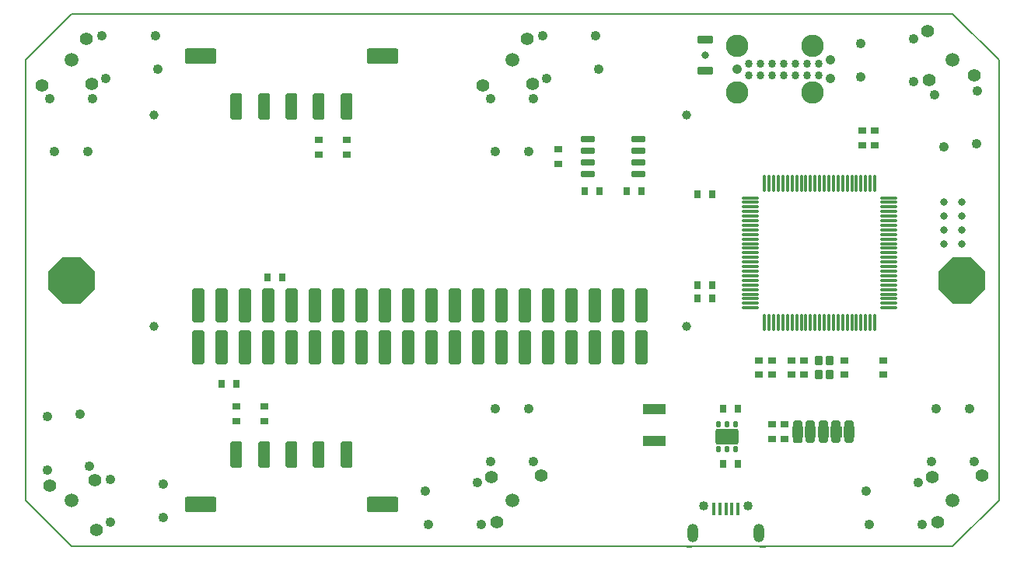
<source format=gbs>
G04*
G04 #@! TF.GenerationSoftware,Altium Limited,Altium Designer,19.0.10 (269)*
G04*
G04 Layer_Color=16711935*
%FSLAX44Y44*%
%MOMM*%
G71*
G01*
G75*
%ADD12C,0.2000*%
%ADD14C,1.4000*%
%ADD16C,1.5000*%
%ADD17C,2.4511*%
%ADD18C,1.0668*%
%ADD19C,0.8000*%
%ADD25O,1.2000X2.0000*%
%ADD26C,1.0160*%
%ADD27P,5.4120X8X22.5*%
G04:AMPARAMS|DCode=29|XSize=0.75mm|YSize=0.9mm|CornerRadius=0.0938mm|HoleSize=0mm|Usage=FLASHONLY|Rotation=180.000|XOffset=0mm|YOffset=0mm|HoleType=Round|Shape=RoundedRectangle|*
%AMROUNDEDRECTD29*
21,1,0.7500,0.7125,0,0,180.0*
21,1,0.5625,0.9000,0,0,180.0*
1,1,0.1875,-0.2813,0.3563*
1,1,0.1875,0.2813,0.3563*
1,1,0.1875,0.2813,-0.3563*
1,1,0.1875,-0.2813,-0.3563*
%
%ADD29ROUNDEDRECTD29*%
G04:AMPARAMS|DCode=30|XSize=1.3mm|YSize=3.7mm|CornerRadius=0.1625mm|HoleSize=0mm|Usage=FLASHONLY|Rotation=180.000|XOffset=0mm|YOffset=0mm|HoleType=Round|Shape=RoundedRectangle|*
%AMROUNDEDRECTD30*
21,1,1.3000,3.3750,0,0,180.0*
21,1,0.9750,3.7000,0,0,180.0*
1,1,0.3250,-0.4875,1.6875*
1,1,0.3250,0.4875,1.6875*
1,1,0.3250,0.4875,-1.6875*
1,1,0.3250,-0.4875,-1.6875*
%
%ADD30ROUNDEDRECTD30*%
%ADD31C,1.0000*%
G04:AMPARAMS|DCode=32|XSize=0.3mm|YSize=1.8mm|CornerRadius=0.0375mm|HoleSize=0mm|Usage=FLASHONLY|Rotation=90.000|XOffset=0mm|YOffset=0mm|HoleType=Round|Shape=RoundedRectangle|*
%AMROUNDEDRECTD32*
21,1,0.3000,1.7250,0,0,90.0*
21,1,0.2250,1.8000,0,0,90.0*
1,1,0.0750,0.8625,0.1125*
1,1,0.0750,0.8625,-0.1125*
1,1,0.0750,-0.8625,-0.1125*
1,1,0.0750,-0.8625,0.1125*
%
%ADD32ROUNDEDRECTD32*%
G04:AMPARAMS|DCode=33|XSize=0.3mm|YSize=1.8mm|CornerRadius=0.0375mm|HoleSize=0mm|Usage=FLASHONLY|Rotation=0.000|XOffset=0mm|YOffset=0mm|HoleType=Round|Shape=RoundedRectangle|*
%AMROUNDEDRECTD33*
21,1,0.3000,1.7250,0,0,0.0*
21,1,0.2250,1.8000,0,0,0.0*
1,1,0.0750,0.1125,-0.8625*
1,1,0.0750,-0.1125,-0.8625*
1,1,0.0750,-0.1125,0.8625*
1,1,0.0750,0.1125,0.8625*
%
%ADD33ROUNDEDRECTD33*%
G04:AMPARAMS|DCode=36|XSize=0.8mm|YSize=1mm|CornerRadius=0.2mm|HoleSize=0mm|Usage=FLASHONLY|Rotation=270.000|XOffset=0mm|YOffset=0mm|HoleType=Round|Shape=RoundedRectangle|*
%AMROUNDEDRECTD36*
21,1,0.8000,0.6000,0,0,270.0*
21,1,0.4000,1.0000,0,0,270.0*
1,1,0.4000,-0.3000,-0.2000*
1,1,0.4000,-0.3000,0.2000*
1,1,0.4000,0.3000,0.2000*
1,1,0.4000,0.3000,-0.2000*
%
%ADD36ROUNDEDRECTD36*%
G04:AMPARAMS|DCode=37|XSize=0.8mm|YSize=1mm|CornerRadius=0.1mm|HoleSize=0mm|Usage=FLASHONLY|Rotation=270.000|XOffset=0mm|YOffset=0mm|HoleType=Round|Shape=RoundedRectangle|*
%AMROUNDEDRECTD37*
21,1,0.8000,0.8000,0,0,270.0*
21,1,0.6000,1.0000,0,0,270.0*
1,1,0.2000,-0.4000,-0.3000*
1,1,0.2000,-0.4000,0.3000*
1,1,0.2000,0.4000,0.3000*
1,1,0.2000,0.4000,-0.3000*
%
%ADD37ROUNDEDRECTD37*%
G04:AMPARAMS|DCode=38|XSize=0.75mm|YSize=0.9mm|CornerRadius=0.0938mm|HoleSize=0mm|Usage=FLASHONLY|Rotation=270.000|XOffset=0mm|YOffset=0mm|HoleType=Round|Shape=RoundedRectangle|*
%AMROUNDEDRECTD38*
21,1,0.7500,0.7125,0,0,270.0*
21,1,0.5625,0.9000,0,0,270.0*
1,1,0.1875,-0.3563,-0.2813*
1,1,0.1875,-0.3563,0.2813*
1,1,0.1875,0.3563,0.2813*
1,1,0.1875,0.3563,-0.2813*
%
%ADD38ROUNDEDRECTD38*%
%ADD39C,0.8636*%
G04:AMPARAMS|DCode=40|XSize=0.8mm|YSize=1.7mm|CornerRadius=0.1mm|HoleSize=0mm|Usage=FLASHONLY|Rotation=90.000|XOffset=0mm|YOffset=0mm|HoleType=Round|Shape=RoundedRectangle|*
%AMROUNDEDRECTD40*
21,1,0.8000,1.5000,0,0,90.0*
21,1,0.6000,1.7000,0,0,90.0*
1,1,0.2000,0.7500,0.3000*
1,1,0.2000,0.7500,-0.3000*
1,1,0.2000,-0.7500,-0.3000*
1,1,0.2000,-0.7500,0.3000*
%
%ADD40ROUNDEDRECTD40*%
G04:AMPARAMS|DCode=41|XSize=2.92mm|YSize=1.27mm|CornerRadius=0.1588mm|HoleSize=0mm|Usage=FLASHONLY|Rotation=270.000|XOffset=0mm|YOffset=0mm|HoleType=Round|Shape=RoundedRectangle|*
%AMROUNDEDRECTD41*
21,1,2.9200,0.9525,0,0,270.0*
21,1,2.6025,1.2700,0,0,270.0*
1,1,0.3175,-0.4763,-1.3013*
1,1,0.3175,-0.4763,1.3013*
1,1,0.3175,0.4763,1.3013*
1,1,0.3175,0.4763,-1.3013*
%
%ADD41ROUNDEDRECTD41*%
G04:AMPARAMS|DCode=42|XSize=3.43mm|YSize=1.65mm|CornerRadius=0.2063mm|HoleSize=0mm|Usage=FLASHONLY|Rotation=0.000|XOffset=0mm|YOffset=0mm|HoleType=Round|Shape=RoundedRectangle|*
%AMROUNDEDRECTD42*
21,1,3.4300,1.2375,0,0,0.0*
21,1,3.0175,1.6500,0,0,0.0*
1,1,0.4125,1.5088,-0.6188*
1,1,0.4125,-1.5088,-0.6188*
1,1,0.4125,-1.5088,0.6188*
1,1,0.4125,1.5088,0.6188*
%
%ADD42ROUNDEDRECTD42*%
G04:AMPARAMS|DCode=43|XSize=0.6mm|YSize=0.5mm|CornerRadius=0.0625mm|HoleSize=0mm|Usage=FLASHONLY|Rotation=270.000|XOffset=0mm|YOffset=0mm|HoleType=Round|Shape=RoundedRectangle|*
%AMROUNDEDRECTD43*
21,1,0.6000,0.3750,0,0,270.0*
21,1,0.4750,0.5000,0,0,270.0*
1,1,0.1250,-0.1875,-0.2375*
1,1,0.1250,-0.1875,0.2375*
1,1,0.1250,0.1875,0.2375*
1,1,0.1250,0.1875,-0.2375*
%
%ADD43ROUNDEDRECTD43*%
G04:AMPARAMS|DCode=44|XSize=1.75mm|YSize=2.5mm|CornerRadius=0.2188mm|HoleSize=0mm|Usage=FLASHONLY|Rotation=90.000|XOffset=0mm|YOffset=0mm|HoleType=Round|Shape=RoundedRectangle|*
%AMROUNDEDRECTD44*
21,1,1.7500,2.0625,0,0,90.0*
21,1,1.3125,2.5000,0,0,90.0*
1,1,0.4375,1.0313,0.6563*
1,1,0.4375,1.0313,-0.6563*
1,1,0.4375,-1.0313,-0.6563*
1,1,0.4375,-1.0313,0.6563*
%
%ADD44ROUNDEDRECTD44*%
G04:AMPARAMS|DCode=45|XSize=1.35mm|YSize=0.4mm|CornerRadius=0.05mm|HoleSize=0mm|Usage=FLASHONLY|Rotation=270.000|XOffset=0mm|YOffset=0mm|HoleType=Round|Shape=RoundedRectangle|*
%AMROUNDEDRECTD45*
21,1,1.3500,0.3000,0,0,270.0*
21,1,1.2500,0.4000,0,0,270.0*
1,1,0.1000,-0.1500,-0.6250*
1,1,0.1000,-0.1500,0.6250*
1,1,0.1000,0.1500,0.6250*
1,1,0.1000,0.1500,-0.6250*
%
%ADD45ROUNDEDRECTD45*%
G04:AMPARAMS|DCode=46|XSize=0.6mm|YSize=1.45mm|CornerRadius=0.075mm|HoleSize=0mm|Usage=FLASHONLY|Rotation=90.000|XOffset=0mm|YOffset=0mm|HoleType=Round|Shape=RoundedRectangle|*
%AMROUNDEDRECTD46*
21,1,0.6000,1.3000,0,0,90.0*
21,1,0.4500,1.4500,0,0,90.0*
1,1,0.1500,0.6500,0.2250*
1,1,0.1500,0.6500,-0.2250*
1,1,0.1500,-0.6500,-0.2250*
1,1,0.1500,-0.6500,0.2250*
%
%ADD46ROUNDEDRECTD46*%
G04:AMPARAMS|DCode=47|XSize=0.95mm|YSize=0.85mm|CornerRadius=0.1063mm|HoleSize=0mm|Usage=FLASHONLY|Rotation=90.000|XOffset=0mm|YOffset=0mm|HoleType=Round|Shape=RoundedRectangle|*
%AMROUNDEDRECTD47*
21,1,0.9500,0.6375,0,0,90.0*
21,1,0.7375,0.8500,0,0,90.0*
1,1,0.2125,0.3188,0.3688*
1,1,0.2125,0.3188,-0.3688*
1,1,0.2125,-0.3188,-0.3688*
1,1,0.2125,-0.3188,0.3688*
%
%ADD47ROUNDEDRECTD47*%
%ADD49C,1.0800*%
G36*
X672500Y144500D02*
Y155500D01*
X697500D01*
Y144500D01*
X672500Y144500D01*
D02*
G37*
G36*
X672500Y109500D02*
Y120500D01*
X697500D01*
Y109500D01*
X672500Y109500D01*
D02*
G37*
G36*
X835000Y131000D02*
X847000D01*
Y118999D01*
X835000D01*
X835000Y131000D01*
D02*
G37*
G36*
X849000Y130999D02*
X861000D01*
Y118999D01*
X849000D01*
X849000Y130999D01*
D02*
G37*
G36*
X863000Y131000D02*
X875000D01*
Y119000D01*
X863000D01*
X863000Y131000D01*
D02*
G37*
G36*
X877000Y131000D02*
X889000D01*
Y119000D01*
X877000D01*
X877000Y131000D01*
D02*
G37*
G36*
X891000Y131000D02*
X903000D01*
Y119000D01*
X891000D01*
X891000Y131000D01*
D02*
G37*
D12*
X50000Y0D02*
X1010000D01*
X1060000Y50000D01*
Y530000D01*
X1010000Y580000D02*
X1060000Y530000D01*
X50000Y580000D02*
X1010000D01*
X0Y50000D02*
Y530000D01*
Y50000D02*
X50000Y0D01*
X0Y530000D02*
X50000Y580000D01*
X720500Y-250D02*
X725500D01*
X800500D02*
X805750D01*
D14*
X993630Y26560D02*
D03*
X1041820Y77580D02*
D03*
X987930Y75960D02*
D03*
X1033440Y513630D02*
D03*
X982420Y561820D02*
D03*
X984040Y507930D02*
D03*
X546370Y553440D02*
D03*
X498180Y502420D02*
D03*
X552070Y504040D02*
D03*
X513630Y26560D02*
D03*
X561820Y77580D02*
D03*
X507930Y75960D02*
D03*
X66370Y553440D02*
D03*
X18180Y502420D02*
D03*
X72070Y504040D02*
D03*
X26560Y66370D02*
D03*
X77580Y18180D02*
D03*
X75960Y72070D02*
D03*
D16*
X1010000Y50000D02*
D03*
Y530000D02*
D03*
X530000D02*
D03*
Y50000D02*
D03*
X50000Y530000D02*
D03*
Y50000D02*
D03*
D17*
X857550Y494600D02*
D03*
Y545400D02*
D03*
X775000D02*
D03*
Y494600D02*
D03*
D18*
X876600Y509850D02*
D03*
Y530150D02*
D03*
X775000Y520000D02*
D03*
D19*
X1000000Y360000D02*
D03*
X1019955Y375000D02*
D03*
X1020000Y345000D02*
D03*
Y330000D02*
D03*
Y360000D02*
D03*
X1000000Y375000D02*
D03*
Y345000D02*
D03*
Y330000D02*
D03*
X740000Y535029D02*
D03*
D25*
X727000Y14250D02*
D03*
X799000D02*
D03*
D26*
X738750Y44250D02*
D03*
X787250D02*
D03*
D27*
X1020000Y290000D02*
D03*
X50000D02*
D03*
D29*
X280000Y293000D02*
D03*
X264000D02*
D03*
X214000Y177000D02*
D03*
X230000D02*
D03*
X748000Y284450D02*
D03*
X732000D02*
D03*
X748000Y384000D02*
D03*
X732000D02*
D03*
X748000Y270000D02*
D03*
X732000D02*
D03*
X776012Y150000D02*
D03*
X760012D02*
D03*
X776012Y90000D02*
D03*
X760012D02*
D03*
X609000Y386986D02*
D03*
X625000D02*
D03*
X671000Y387002D02*
D03*
X655000D02*
D03*
D30*
X595100Y217140D02*
D03*
X620500Y217140D02*
D03*
X671300Y217140D02*
D03*
X645900Y217140D02*
D03*
X595100Y262860D02*
D03*
X620500Y262860D02*
D03*
X671300Y262860D02*
D03*
X645900Y262860D02*
D03*
X391900Y217140D02*
D03*
X417300D02*
D03*
X366500Y217140D02*
D03*
X341100Y217140D02*
D03*
X264900Y217140D02*
D03*
X290300D02*
D03*
X188700Y217140D02*
D03*
X214100Y217140D02*
D03*
X239500Y217140D02*
D03*
X315700Y217140D02*
D03*
X544300Y262860D02*
D03*
X569700Y262860D02*
D03*
X518900Y262860D02*
D03*
X493500D02*
D03*
X442700Y262860D02*
D03*
X468100Y262860D02*
D03*
X315700Y262860D02*
D03*
X239500D02*
D03*
X214100Y262860D02*
D03*
X188700Y262860D02*
D03*
X290300Y262860D02*
D03*
X264900D02*
D03*
X341100Y262860D02*
D03*
X366500Y262860D02*
D03*
X417300D02*
D03*
X391900Y262860D02*
D03*
X544300Y217140D02*
D03*
X569700D02*
D03*
X518900Y217140D02*
D03*
X493500D02*
D03*
X442700D02*
D03*
X468100Y217140D02*
D03*
D31*
X720000Y470000D02*
D03*
X140000Y470000D02*
D03*
X720000Y240000D02*
D03*
X140000D02*
D03*
D32*
X940500Y260000D02*
D03*
X940500Y265000D02*
D03*
X940500Y270000D02*
D03*
X940500Y275000D02*
D03*
Y280000D02*
D03*
X940500Y285000D02*
D03*
X940500Y290000D02*
D03*
X940500Y295000D02*
D03*
X940500Y300000D02*
D03*
X940500Y305000D02*
D03*
X940500Y310000D02*
D03*
X940500Y315000D02*
D03*
X940500Y320000D02*
D03*
Y325000D02*
D03*
Y330000D02*
D03*
Y335000D02*
D03*
Y340000D02*
D03*
Y345000D02*
D03*
Y350000D02*
D03*
Y355000D02*
D03*
Y360000D02*
D03*
Y365000D02*
D03*
Y370000D02*
D03*
Y375000D02*
D03*
Y380000D02*
D03*
X789500Y380000D02*
D03*
X789500Y375000D02*
D03*
X789500Y370000D02*
D03*
X789500Y365000D02*
D03*
X789500Y360000D02*
D03*
X789500Y355000D02*
D03*
X789500Y350000D02*
D03*
X789500Y345000D02*
D03*
X789500Y340000D02*
D03*
X789500Y335000D02*
D03*
X789500Y330000D02*
D03*
X789500Y325000D02*
D03*
X789500Y320000D02*
D03*
Y315000D02*
D03*
Y310000D02*
D03*
Y305000D02*
D03*
Y300000D02*
D03*
Y295000D02*
D03*
Y290000D02*
D03*
Y285000D02*
D03*
Y280000D02*
D03*
Y275000D02*
D03*
Y270000D02*
D03*
Y265000D02*
D03*
Y260000D02*
D03*
D33*
X925000Y395500D02*
D03*
X920000Y395500D02*
D03*
X915000Y395500D02*
D03*
X910000Y395500D02*
D03*
X905000D02*
D03*
X900000Y395500D02*
D03*
X895000Y395500D02*
D03*
X890000Y395500D02*
D03*
X885000Y395500D02*
D03*
X880000Y395500D02*
D03*
X875000Y395500D02*
D03*
X870000Y395500D02*
D03*
X865000Y395500D02*
D03*
X860000D02*
D03*
X855000D02*
D03*
X850000D02*
D03*
X845000D02*
D03*
X840000D02*
D03*
X835000D02*
D03*
X830000D02*
D03*
X825000D02*
D03*
X820000D02*
D03*
X815000D02*
D03*
X810000D02*
D03*
X805000D02*
D03*
X805000Y244500D02*
D03*
X810000Y244500D02*
D03*
X815000Y244500D02*
D03*
X820000Y244500D02*
D03*
X825000Y244500D02*
D03*
X830000Y244500D02*
D03*
X835000Y244500D02*
D03*
X840000Y244500D02*
D03*
X845000Y244500D02*
D03*
X850000Y244500D02*
D03*
X855000Y244500D02*
D03*
X860000Y244500D02*
D03*
X865000Y244500D02*
D03*
X870000D02*
D03*
X875000D02*
D03*
X880000D02*
D03*
X885000D02*
D03*
X890000D02*
D03*
X895000D02*
D03*
X900000D02*
D03*
X905000D02*
D03*
X910000D02*
D03*
X915000D02*
D03*
X920000D02*
D03*
X925000D02*
D03*
D36*
X897000Y133000D02*
D03*
Y117000D02*
D03*
X841000Y133000D02*
D03*
X855000Y132999D02*
D03*
Y117000D02*
D03*
X869000Y133000D02*
D03*
Y117000D02*
D03*
X883000Y133000D02*
D03*
Y117000D02*
D03*
D37*
X841000Y117000D02*
D03*
D38*
X230000Y153000D02*
D03*
Y137000D02*
D03*
X260000Y153000D02*
D03*
Y137000D02*
D03*
X812999Y116999D02*
D03*
Y132999D02*
D03*
X934000Y203000D02*
D03*
Y187000D02*
D03*
X925000Y437000D02*
D03*
Y453000D02*
D03*
X911000Y437000D02*
D03*
Y453000D02*
D03*
X848000Y187000D02*
D03*
Y203000D02*
D03*
X892000Y187000D02*
D03*
Y203000D02*
D03*
X834000D02*
D03*
Y187000D02*
D03*
X813000Y203000D02*
D03*
Y187000D02*
D03*
X799000Y203000D02*
D03*
Y187000D02*
D03*
X320000Y443000D02*
D03*
Y427000D02*
D03*
X350000Y443000D02*
D03*
Y427000D02*
D03*
X580000Y433000D02*
D03*
Y417000D02*
D03*
X827000Y117000D02*
D03*
Y133000D02*
D03*
D39*
X787700Y513650D02*
D03*
X800400D02*
D03*
X813100D02*
D03*
X825800D02*
D03*
X838500D02*
D03*
X851200D02*
D03*
X863900D02*
D03*
Y526350D02*
D03*
X851200D02*
D03*
X838500D02*
D03*
X825800D02*
D03*
X813100D02*
D03*
X800400D02*
D03*
X787700D02*
D03*
D40*
X740000Y552029D02*
D03*
Y518029D02*
D03*
D41*
X350000Y479650D02*
D03*
X320000D02*
D03*
X290000D02*
D03*
X260000D02*
D03*
X230000D02*
D03*
Y100350D02*
D03*
X260000D02*
D03*
X290000D02*
D03*
X320000D02*
D03*
X350000D02*
D03*
D42*
X388850Y534350D02*
D03*
X191150D02*
D03*
Y45650D02*
D03*
X388850D02*
D03*
D43*
X754500Y133500D02*
D03*
X764000D02*
D03*
X773500D02*
D03*
Y106500D02*
D03*
X764000D02*
D03*
X754500D02*
D03*
D44*
X764000Y120000D02*
D03*
D45*
X763000Y41000D02*
D03*
X756500D02*
D03*
X750000D02*
D03*
X769500D02*
D03*
X776000D02*
D03*
D46*
X667250Y444050D02*
D03*
Y431350D02*
D03*
Y418650D02*
D03*
Y405950D02*
D03*
X612750Y444050D02*
D03*
Y431350D02*
D03*
Y418650D02*
D03*
Y405950D02*
D03*
D47*
X864250Y187750D02*
D03*
X875750Y202250D02*
D03*
Y187750D02*
D03*
X864250Y202250D02*
D03*
D49*
X915440Y60000D02*
D03*
X918610Y23730D02*
D03*
X972350Y70090D02*
D03*
X976410Y23670D02*
D03*
X986700Y92420D02*
D03*
X991800Y150000D02*
D03*
X1028200D02*
D03*
X1033300Y92420D02*
D03*
X1000000Y435440D02*
D03*
X1036270Y438610D02*
D03*
X989910Y492350D02*
D03*
X1036330Y496410D02*
D03*
X967580Y506700D02*
D03*
X910000Y511800D02*
D03*
Y548200D02*
D03*
X967580Y553300D02*
D03*
X624560Y520000D02*
D03*
X621390Y556270D02*
D03*
X567650Y509910D02*
D03*
X563590Y556330D02*
D03*
X553300Y487580D02*
D03*
X548200Y430000D02*
D03*
X511800D02*
D03*
X506700Y487580D02*
D03*
X435440Y60000D02*
D03*
X438610Y23730D02*
D03*
X492350Y70090D02*
D03*
X496410Y23670D02*
D03*
X506700Y92420D02*
D03*
X511800Y150000D02*
D03*
X548200D02*
D03*
X553300Y92420D02*
D03*
X144560Y520000D02*
D03*
X141390Y556270D02*
D03*
X87650Y509910D02*
D03*
X83590Y556330D02*
D03*
X73300Y487580D02*
D03*
X68200Y430000D02*
D03*
X31800D02*
D03*
X26700Y487580D02*
D03*
X60000Y144560D02*
D03*
X23730Y141390D02*
D03*
X70090Y87650D02*
D03*
X23670Y83590D02*
D03*
X92420Y73300D02*
D03*
X150000Y68200D02*
D03*
Y31800D02*
D03*
X92420Y26700D02*
D03*
M02*

</source>
